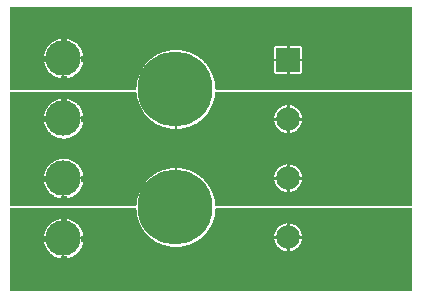
<source format=gtl>
%FSLAX33Y33*%
%MOMM*%
%AMRect-W2000000-H2000000-RO1.000*
21,1,2.,2.,0.,0.,180*%
%ADD10C,0.0508*%
%ADD11C,2.*%
%ADD12Rect-W2000000-H2000000-RO1.000*%
%ADD13C,3.*%
%ADD14C,6.35*%
D10*
%LNpour fill*%
G01*
X34475Y24475D02*
X34475Y24475D01*
X0525Y24475*
X0525Y17525*
X11098Y17525*
X11170Y18207*
X11170Y18209*
X11389Y18884*
X11390Y18886*
X11745Y19500*
X11746Y19502*
X12221Y20029*
X12223Y20031*
X12797Y20448*
X12799Y20449*
X13447Y20738*
X13449Y20738*
X14143Y20886*
X14145Y20886*
X14855Y20886*
X14857Y20886*
X15551Y20738*
X15553Y20738*
X16201Y20449*
X16203Y20448*
X16777Y20031*
X16779Y20029*
X17254Y19502*
X17255Y19500*
X17610Y18886*
X17611Y18884*
X17830Y18209*
X17830Y18207*
X17902Y17525*
X34475Y17525*
X34475Y24475*
X5383Y18433D02*
X5383Y18433D01*
X5386Y18434*
X5749Y18561*
X5752Y18562*
X6077Y18767*
X6080Y18769*
X6351Y19040*
X6353Y19043*
X6558Y19368*
X6559Y19371*
X6686Y19734*
X6687Y19737*
X6705Y19903*
X6690Y19920*
X6475Y19920*
X6475Y20320*
X6690Y20320*
X6705Y20337*
X6687Y20503*
X6686Y20506*
X6559Y20869*
X6558Y20872*
X6353Y21197*
X6351Y21200*
X6080Y21471*
X6077Y21473*
X5752Y21678*
X5749Y21679*
X5386Y21806*
X5383Y21807*
X5217Y21825*
X5200Y21810*
X5200Y21595*
X4800Y21595*
X4800Y21810*
X4783Y21825*
X4617Y21807*
X4614Y21806*
X4251Y21679*
X4248Y21678*
X3923Y21473*
X3920Y21471*
X3649Y21200*
X3647Y21197*
X3442Y20872*
X3441Y20869*
X3314Y20506*
X3313Y20503*
X3295Y20337*
X3310Y20320*
X3525Y20320*
X3525Y19920*
X3310Y19920*
X3295Y19903*
X3313Y19737*
X3314Y19734*
X3441Y19371*
X3442Y19368*
X3647Y19043*
X3649Y19040*
X3920Y18769*
X3923Y18767*
X4248Y18562*
X4251Y18561*
X4614Y18434*
X4617Y18433*
X4783Y18415*
X4800Y18430*
X4800Y18645*
X5200Y18645*
X5200Y18430*
X5217Y18415*
X5383Y18433*
X23924Y18785D02*
X23924Y18785D01*
X23924Y19025*
X24076Y19025*
X24076Y18785*
X24091Y18770*
X25001Y18770*
X25002Y18770*
X25035Y18773*
X25037Y18773*
X25070Y18781*
X25072Y18782*
X25103Y18795*
X25105Y18796*
X25134Y18814*
X25136Y18815*
X25162Y18837*
X25163Y18838*
X25185Y18864*
X25186Y18866*
X25204Y18895*
X25205Y18897*
X25218Y18928*
X25219Y18930*
X25227Y18963*
X25227Y18965*
X25230Y18999*
X25230Y19000*
X25230Y19909*
X25215Y19924*
X24975Y19924*
X24975Y20076*
X25215Y20076*
X25230Y20091*
X25230Y21000*
X25230Y21001*
X25227Y21035*
X25227Y21037*
X25219Y21070*
X25218Y21072*
X25205Y21103*
X25204Y21105*
X25186Y21134*
X25185Y21136*
X25163Y21162*
X25162Y21163*
X25136Y21185*
X25134Y21186*
X25105Y21204*
X25103Y21205*
X25072Y21218*
X25070Y21219*
X25037Y21227*
X25035Y21227*
X25001Y21230*
X25000Y21230*
X24091Y21230*
X24076Y21215*
X24076Y20975*
X23924Y20975*
X23924Y21215*
X23909Y21230*
X23000Y21230*
X22999Y21230*
X22965Y21227*
X22963Y21227*
X22930Y21219*
X22928Y21218*
X22897Y21205*
X22895Y21204*
X22866Y21186*
X22864Y21185*
X22838Y21163*
X22837Y21162*
X22815Y21136*
X22814Y21134*
X22796Y21105*
X22795Y21103*
X22782Y21072*
X22781Y21070*
X22773Y21037*
X22773Y21035*
X22770Y21002*
X22770Y21001*
X22770Y20091*
X22785Y20076*
X23025Y20076*
X23025Y19924*
X22785Y19924*
X22770Y19909*
X22770Y18999*
X22770Y18998*
X22773Y18965*
X22773Y18963*
X22781Y18930*
X22782Y18928*
X22795Y18897*
X22796Y18895*
X22814Y18866*
X22815Y18864*
X22837Y18838*
X22838Y18837*
X22864Y18815*
X22866Y18814*
X22895Y18796*
X22897Y18795*
X22928Y18782*
X22930Y18781*
X22963Y18773*
X22965Y18773*
X22998Y18770*
X22999Y18770*
X23909Y18770*
X23924Y18785*
X0525Y17550D02*
X11100Y17550D01*
X17900Y17550D02*
X34475Y17550D01*
X0525Y17599D02*
X11106Y17599D01*
X17894Y17599D02*
X34475Y17599D01*
X0525Y17649D02*
X11111Y17649D01*
X17889Y17649D02*
X34475Y17649D01*
X0525Y17698D02*
X11116Y17698D01*
X17884Y17698D02*
X34475Y17698D01*
X0525Y17748D02*
X11121Y17748D01*
X17879Y17748D02*
X34475Y17748D01*
X0525Y17797D02*
X11126Y17797D01*
X17874Y17797D02*
X34475Y17797D01*
X0525Y17847D02*
X11132Y17847D01*
X17868Y17847D02*
X34475Y17847D01*
X0525Y17896D02*
X11137Y17896D01*
X17863Y17896D02*
X34475Y17896D01*
X0525Y17946D02*
X11142Y17946D01*
X17858Y17946D02*
X34475Y17946D01*
X0525Y17995D02*
X11147Y17995D01*
X17853Y17995D02*
X34475Y17995D01*
X0525Y18045D02*
X11153Y18045D01*
X17847Y18045D02*
X34475Y18045D01*
X0525Y18094D02*
X11158Y18094D01*
X17842Y18094D02*
X34475Y18094D01*
X0525Y18144D02*
X11163Y18144D01*
X17837Y18144D02*
X34475Y18144D01*
X0525Y18193D02*
X11168Y18193D01*
X17832Y18193D02*
X34475Y18193D01*
X0525Y18243D02*
X11181Y18243D01*
X17819Y18243D02*
X34475Y18243D01*
X0525Y18292D02*
X11197Y18292D01*
X17803Y18292D02*
X34475Y18292D01*
X0525Y18342D02*
X11213Y18342D01*
X17787Y18342D02*
X34475Y18342D01*
X0525Y18392D02*
X11229Y18392D01*
X17771Y18392D02*
X34475Y18392D01*
X0525Y18441D02*
X4594Y18441D01*
X4800Y18441D02*
X5200Y18441D01*
X5406Y18441D02*
X11245Y18441D01*
X17755Y18441D02*
X34475Y18441D01*
X0525Y18491D02*
X4452Y18491D01*
X4800Y18491D02*
X5200Y18491D01*
X5548Y18491D02*
X11262Y18491D01*
X17738Y18491D02*
X34475Y18491D01*
X0525Y18540D02*
X4311Y18540D01*
X4800Y18540D02*
X5200Y18540D01*
X5689Y18540D02*
X11278Y18540D01*
X17722Y18540D02*
X34475Y18540D01*
X0525Y18590D02*
X4205Y18590D01*
X4800Y18590D02*
X5200Y18590D01*
X5795Y18590D02*
X11294Y18590D01*
X17706Y18590D02*
X34475Y18590D01*
X0525Y18639D02*
X4126Y18639D01*
X4800Y18639D02*
X5200Y18639D01*
X5874Y18639D02*
X11310Y18639D01*
X17690Y18639D02*
X34475Y18639D01*
X0525Y18689D02*
X4047Y18689D01*
X5953Y18689D02*
X11326Y18689D01*
X17674Y18689D02*
X34475Y18689D01*
X0525Y18738D02*
X3968Y18738D01*
X6032Y18738D02*
X11342Y18738D01*
X17658Y18738D02*
X34475Y18738D01*
X0525Y18788D02*
X3901Y18788D01*
X6099Y18788D02*
X11358Y18788D01*
X17642Y18788D02*
X22914Y18788D01*
X23924Y18788D02*
X24076Y18788D01*
X25086Y18788D02*
X34475Y18788D01*
X0525Y18837D02*
X3852Y18837D01*
X6148Y18837D02*
X11374Y18837D01*
X17626Y18837D02*
X22838Y18837D01*
X23924Y18837D02*
X24076Y18837D01*
X25162Y18837D02*
X34475Y18837D01*
X0525Y18887D02*
X3802Y18887D01*
X6198Y18887D02*
X11391Y18887D01*
X17609Y18887D02*
X22801Y18887D01*
X23924Y18887D02*
X24076Y18887D01*
X25199Y18887D02*
X34475Y18887D01*
X0525Y18936D02*
X3753Y18936D01*
X6247Y18936D02*
X11419Y18936D01*
X17581Y18936D02*
X22780Y18936D01*
X23924Y18936D02*
X24076Y18936D01*
X25220Y18936D02*
X34475Y18936D01*
X0525Y18986D02*
X3703Y18986D01*
X6297Y18986D02*
X11448Y18986D01*
X17552Y18986D02*
X22771Y18986D01*
X23924Y18986D02*
X24076Y18986D01*
X25229Y18986D02*
X34475Y18986D01*
X0525Y19035D02*
X3654Y19035D01*
X6346Y19035D02*
X11477Y19035D01*
X17523Y19035D02*
X22770Y19035D01*
X25230Y19035D02*
X34475Y19035D01*
X0525Y19085D02*
X3620Y19085D01*
X6380Y19085D02*
X11505Y19085D01*
X17495Y19085D02*
X22770Y19085D01*
X25230Y19085D02*
X34475Y19085D01*
X0525Y19134D02*
X3589Y19134D01*
X6411Y19134D02*
X11534Y19134D01*
X17466Y19134D02*
X22770Y19134D01*
X25230Y19134D02*
X34475Y19134D01*
X0525Y19184D02*
X3558Y19184D01*
X6442Y19184D02*
X11562Y19184D01*
X17438Y19184D02*
X22770Y19184D01*
X25230Y19184D02*
X34475Y19184D01*
X0525Y19234D02*
X3527Y19234D01*
X6473Y19234D02*
X11591Y19234D01*
X17409Y19234D02*
X22770Y19234D01*
X25230Y19234D02*
X34475Y19234D01*
X0525Y19283D02*
X3496Y19283D01*
X6504Y19283D02*
X11620Y19283D01*
X17380Y19283D02*
X22770Y19283D01*
X25230Y19283D02*
X34475Y19283D01*
X0525Y19333D02*
X3465Y19333D01*
X6535Y19333D02*
X11648Y19333D01*
X17352Y19333D02*
X22770Y19333D01*
X25230Y19333D02*
X34475Y19333D01*
X0525Y19382D02*
X3437Y19382D01*
X6563Y19382D02*
X11677Y19382D01*
X17323Y19382D02*
X22770Y19382D01*
X25230Y19382D02*
X34475Y19382D01*
X0525Y19432D02*
X3420Y19432D01*
X6580Y19432D02*
X11705Y19432D01*
X17295Y19432D02*
X22770Y19432D01*
X25230Y19432D02*
X34475Y19432D01*
X0525Y19481D02*
X3402Y19481D01*
X6598Y19481D02*
X11734Y19481D01*
X17266Y19481D02*
X22770Y19481D01*
X25230Y19481D02*
X34475Y19481D01*
X0525Y19531D02*
X3385Y19531D01*
X6615Y19531D02*
X11772Y19531D01*
X17228Y19531D02*
X22770Y19531D01*
X25230Y19531D02*
X34475Y19531D01*
X0525Y19580D02*
X3368Y19580D01*
X6632Y19580D02*
X11817Y19580D01*
X17183Y19580D02*
X22770Y19580D01*
X25230Y19580D02*
X34475Y19580D01*
X0525Y19630D02*
X3350Y19630D01*
X6650Y19630D02*
X11861Y19630D01*
X17139Y19630D02*
X22770Y19630D01*
X25230Y19630D02*
X34475Y19630D01*
X0525Y19679D02*
X3333Y19679D01*
X6667Y19679D02*
X11906Y19679D01*
X17094Y19679D02*
X22770Y19679D01*
X25230Y19679D02*
X34475Y19679D01*
X0525Y19729D02*
X3316Y19729D01*
X6684Y19729D02*
X11950Y19729D01*
X17050Y19729D02*
X22770Y19729D01*
X25230Y19729D02*
X34475Y19729D01*
X0525Y19778D02*
X3309Y19778D01*
X6691Y19778D02*
X11995Y19778D01*
X17005Y19778D02*
X22770Y19778D01*
X25230Y19778D02*
X34475Y19778D01*
X0525Y19828D02*
X3303Y19828D01*
X6697Y19828D02*
X12040Y19828D01*
X16960Y19828D02*
X22770Y19828D01*
X25230Y19828D02*
X34475Y19828D01*
X0525Y19877D02*
X3298Y19877D01*
X6702Y19877D02*
X12084Y19877D01*
X16916Y19877D02*
X22770Y19877D01*
X25230Y19877D02*
X34475Y19877D01*
X0525Y19927D02*
X3525Y19927D01*
X6475Y19927D02*
X12129Y19927D01*
X16871Y19927D02*
X23025Y19927D01*
X24975Y19927D02*
X34475Y19927D01*
X0525Y19977D02*
X3525Y19977D01*
X6475Y19977D02*
X12173Y19977D01*
X16827Y19977D02*
X23025Y19977D01*
X24975Y19977D02*
X34475Y19977D01*
X0525Y20026D02*
X3525Y20026D01*
X6475Y20026D02*
X12218Y20026D01*
X16782Y20026D02*
X23025Y20026D01*
X24975Y20026D02*
X34475Y20026D01*
X0525Y20076D02*
X3525Y20076D01*
X6475Y20076D02*
X12284Y20076D01*
X16716Y20076D02*
X23025Y20076D01*
X24975Y20076D02*
X34475Y20076D01*
X0525Y20125D02*
X3525Y20125D01*
X6475Y20125D02*
X12352Y20125D01*
X16648Y20125D02*
X22770Y20125D01*
X25230Y20125D02*
X34475Y20125D01*
X0525Y20175D02*
X3525Y20175D01*
X6475Y20175D02*
X12421Y20175D01*
X16579Y20175D02*
X22770Y20175D01*
X25230Y20175D02*
X34475Y20175D01*
X0525Y20224D02*
X3525Y20224D01*
X6475Y20224D02*
X12489Y20224D01*
X16511Y20224D02*
X22770Y20224D01*
X25230Y20224D02*
X34475Y20224D01*
X0525Y20274D02*
X3525Y20274D01*
X6475Y20274D02*
X12557Y20274D01*
X16443Y20274D02*
X22770Y20274D01*
X25230Y20274D02*
X34475Y20274D01*
X0525Y20323D02*
X3307Y20323D01*
X6693Y20323D02*
X12625Y20323D01*
X16375Y20323D02*
X22770Y20323D01*
X25230Y20323D02*
X34475Y20323D01*
X0525Y20373D02*
X3299Y20373D01*
X6701Y20373D02*
X12693Y20373D01*
X16307Y20373D02*
X22770Y20373D01*
X25230Y20373D02*
X34475Y20373D01*
X0525Y20422D02*
X3304Y20422D01*
X6696Y20422D02*
X12761Y20422D01*
X16239Y20422D02*
X22770Y20422D01*
X25230Y20422D02*
X34475Y20422D01*
X0525Y20472D02*
X3310Y20472D01*
X6690Y20472D02*
X12850Y20472D01*
X16150Y20472D02*
X22770Y20472D01*
X25230Y20472D02*
X34475Y20472D01*
X0525Y20521D02*
X3319Y20521D01*
X6681Y20521D02*
X12961Y20521D01*
X16039Y20521D02*
X22770Y20521D01*
X25230Y20521D02*
X34475Y20521D01*
X0525Y20571D02*
X3337Y20571D01*
X6663Y20571D02*
X13072Y20571D01*
X15928Y20571D02*
X22770Y20571D01*
X25230Y20571D02*
X34475Y20571D01*
X0525Y20620D02*
X3354Y20620D01*
X6646Y20620D02*
X13183Y20620D01*
X15817Y20620D02*
X22770Y20620D01*
X25230Y20620D02*
X34475Y20620D01*
X0525Y20670D02*
X3371Y20670D01*
X6629Y20670D02*
X13295Y20670D01*
X15705Y20670D02*
X22770Y20670D01*
X25230Y20670D02*
X34475Y20670D01*
X0525Y20719D02*
X3389Y20719D01*
X6611Y20719D02*
X13406Y20719D01*
X15594Y20719D02*
X22770Y20719D01*
X25230Y20719D02*
X34475Y20719D01*
X0525Y20769D02*
X3406Y20769D01*
X6594Y20769D02*
X13593Y20769D01*
X15407Y20769D02*
X22770Y20769D01*
X25230Y20769D02*
X34475Y20769D01*
X0525Y20819D02*
X3423Y20819D01*
X6577Y20819D02*
X13826Y20819D01*
X15174Y20819D02*
X22770Y20819D01*
X25230Y20819D02*
X34475Y20819D01*
X0525Y20868D02*
X3441Y20868D01*
X6559Y20868D02*
X14059Y20868D01*
X14941Y20868D02*
X22770Y20868D01*
X25230Y20868D02*
X34475Y20868D01*
X0525Y20918D02*
X3471Y20918D01*
X6529Y20918D02*
X22770Y20918D01*
X25230Y20918D02*
X34475Y20918D01*
X0525Y20967D02*
X3502Y20967D01*
X6498Y20967D02*
X22770Y20967D01*
X25230Y20967D02*
X34475Y20967D01*
X0525Y21017D02*
X3533Y21017D01*
X6467Y21017D02*
X22772Y21017D01*
X23924Y21017D02*
X24076Y21017D01*
X25228Y21017D02*
X34475Y21017D01*
X0525Y21066D02*
X3564Y21066D01*
X6436Y21066D02*
X22780Y21066D01*
X23924Y21066D02*
X24076Y21066D01*
X25220Y21066D02*
X34475Y21066D01*
X0525Y21116D02*
X3596Y21116D01*
X6404Y21116D02*
X22802Y21116D01*
X23924Y21116D02*
X24076Y21116D01*
X25198Y21116D02*
X34475Y21116D01*
X0525Y21165D02*
X3627Y21165D01*
X6373Y21165D02*
X22841Y21165D01*
X23924Y21165D02*
X24076Y21165D01*
X25159Y21165D02*
X34475Y21165D01*
X0525Y21215D02*
X3664Y21215D01*
X6336Y21215D02*
X22920Y21215D01*
X23924Y21215D02*
X24076Y21215D01*
X25080Y21215D02*
X34475Y21215D01*
X0525Y21264D02*
X3713Y21264D01*
X6287Y21264D02*
X34475Y21264D01*
X0525Y21314D02*
X3763Y21314D01*
X6237Y21314D02*
X34475Y21314D01*
X0525Y21363D02*
X3812Y21363D01*
X6188Y21363D02*
X34475Y21363D01*
X0525Y21413D02*
X3862Y21413D01*
X6138Y21413D02*
X34475Y21413D01*
X0525Y21462D02*
X3912Y21462D01*
X6088Y21462D02*
X34475Y21462D01*
X0525Y21512D02*
X3984Y21512D01*
X6016Y21512D02*
X34475Y21512D01*
X0525Y21561D02*
X4063Y21561D01*
X5937Y21561D02*
X34475Y21561D01*
X0525Y21611D02*
X4142Y21611D01*
X4800Y21611D02*
X5200Y21611D01*
X5858Y21611D02*
X34475Y21611D01*
X0525Y21661D02*
X4221Y21661D01*
X4800Y21661D02*
X5200Y21661D01*
X5779Y21661D02*
X34475Y21661D01*
X0525Y21710D02*
X4340Y21710D01*
X4800Y21710D02*
X5200Y21710D01*
X5660Y21710D02*
X34475Y21710D01*
X0525Y21760D02*
X4481Y21760D01*
X4800Y21760D02*
X5200Y21760D01*
X5519Y21760D02*
X34475Y21760D01*
X0525Y21809D02*
X4639Y21809D01*
X4800Y21809D02*
X5200Y21809D01*
X5361Y21809D02*
X34475Y21809D01*
X0525Y21859D02*
X34475Y21859D01*
X0525Y21908D02*
X34475Y21908D01*
X0525Y21958D02*
X34475Y21958D01*
X0525Y22007D02*
X34475Y22007D01*
X0525Y22057D02*
X34475Y22057D01*
X0525Y22106D02*
X34475Y22106D01*
X0525Y22156D02*
X34475Y22156D01*
X0525Y22205D02*
X34475Y22205D01*
X0525Y22255D02*
X34475Y22255D01*
X0525Y22304D02*
X34475Y22304D01*
X0525Y22354D02*
X34475Y22354D01*
X0525Y22403D02*
X34475Y22403D01*
X0525Y22453D02*
X34475Y22453D01*
X0525Y22503D02*
X34475Y22503D01*
X0525Y22552D02*
X34475Y22552D01*
X0525Y22602D02*
X34475Y22602D01*
X0525Y22651D02*
X34475Y22651D01*
X0525Y22701D02*
X34475Y22701D01*
X0525Y22750D02*
X34475Y22750D01*
X0525Y22800D02*
X34475Y22800D01*
X0525Y22849D02*
X34475Y22849D01*
X0525Y22899D02*
X34475Y22899D01*
X0525Y22948D02*
X34475Y22948D01*
X0525Y22998D02*
X34475Y22998D01*
X0525Y23047D02*
X34475Y23047D01*
X0525Y23097D02*
X34475Y23097D01*
X0525Y23146D02*
X34475Y23146D01*
X0525Y23196D02*
X34475Y23196D01*
X0525Y23245D02*
X34475Y23245D01*
X0525Y23295D02*
X34475Y23295D01*
X0525Y23345D02*
X34475Y23345D01*
X0525Y23394D02*
X34475Y23394D01*
X0525Y23444D02*
X34475Y23444D01*
X0525Y23493D02*
X34475Y23493D01*
X0525Y23543D02*
X34475Y23543D01*
X0525Y23592D02*
X34475Y23592D01*
X0525Y23642D02*
X34475Y23642D01*
X0525Y23691D02*
X34475Y23691D01*
X0525Y23741D02*
X34475Y23741D01*
X0525Y23790D02*
X34475Y23790D01*
X0525Y23840D02*
X34475Y23840D01*
X0525Y23889D02*
X34475Y23889D01*
X0525Y23939D02*
X34475Y23939D01*
X0525Y23988D02*
X34475Y23988D01*
X0525Y24038D02*
X34475Y24038D01*
X0525Y24087D02*
X34475Y24087D01*
X0525Y24137D02*
X34475Y24137D01*
X0525Y24187D02*
X34475Y24187D01*
X0525Y24236D02*
X34475Y24236D01*
X0525Y24286D02*
X34475Y24286D01*
X0525Y24335D02*
X34475Y24335D01*
X0525Y24385D02*
X34475Y24385D01*
X0525Y24434D02*
X34475Y24434D01*
%LNpour fill*%
X34475Y17271D02*
X34475Y17271D01*
X17881Y17271*
X17830Y16793*
X17830Y16791*
X17611Y16116*
X17610Y16114*
X17255Y15500*
X17254Y15498*
X16779Y14971*
X16777Y14969*
X16203Y14552*
X16201Y14551*
X15553Y14262*
X15551Y14262*
X14857Y14114*
X14855Y14114*
X14591Y14114*
X14576Y14129*
X14576Y14350*
X14424Y14350*
X14424Y14129*
X14409Y14114*
X14145Y14114*
X14143Y14114*
X13449Y14262*
X13447Y14262*
X12799Y14551*
X12797Y14552*
X12223Y14969*
X12221Y14971*
X11746Y15498*
X11745Y15500*
X11390Y16114*
X11389Y16116*
X11170Y16791*
X11170Y16793*
X11119Y17271*
X0525Y17271*
X0525Y7729*
X11119Y7729*
X11170Y8207*
X11170Y8209*
X11389Y8884*
X11390Y8886*
X11745Y9500*
X11746Y9502*
X12221Y10029*
X12223Y10031*
X12797Y10448*
X12799Y10449*
X13447Y10738*
X13449Y10738*
X14143Y10886*
X14145Y10886*
X14409Y10886*
X14424Y10871*
X14424Y10650*
X14576Y10650*
X14576Y10871*
X14591Y10886*
X14855Y10886*
X14857Y10886*
X15551Y10738*
X15553Y10738*
X16201Y10449*
X16203Y10448*
X16777Y10031*
X16779Y10029*
X17254Y9502*
X17255Y9500*
X17610Y8886*
X17611Y8884*
X17830Y8209*
X17830Y8207*
X17881Y7729*
X34475Y7729*
X34475Y17271*
X5383Y13353D02*
X5383Y13353D01*
X5386Y13354*
X5749Y13481*
X5752Y13482*
X6077Y13687*
X6080Y13689*
X6351Y13960*
X6353Y13963*
X6558Y14288*
X6559Y14291*
X6686Y14654*
X6687Y14657*
X6705Y14823*
X6690Y14840*
X6475Y14840*
X6475Y15240*
X6690Y15240*
X6705Y15257*
X6687Y15423*
X6686Y15426*
X6559Y15789*
X6558Y15792*
X6353Y16117*
X6351Y16120*
X6080Y16391*
X6077Y16393*
X5752Y16598*
X5749Y16599*
X5386Y16726*
X5383Y16727*
X5217Y16745*
X5200Y16730*
X5200Y16515*
X4800Y16515*
X4800Y16730*
X4783Y16745*
X4617Y16727*
X4614Y16726*
X4251Y16599*
X4248Y16598*
X3923Y16393*
X3920Y16391*
X3649Y16120*
X3647Y16117*
X3442Y15792*
X3441Y15789*
X3314Y15426*
X3313Y15423*
X3295Y15257*
X3310Y15240*
X3525Y15240*
X3525Y14840*
X3310Y14840*
X3295Y14823*
X3313Y14657*
X3314Y14654*
X3441Y14291*
X3442Y14288*
X3647Y13963*
X3649Y13960*
X3920Y13689*
X3923Y13687*
X4248Y13482*
X4251Y13481*
X4614Y13354*
X4617Y13353*
X4999Y13310*
X5001Y13310*
X5383Y13353*
X24272Y13801D02*
X24272Y13801D01*
X24275Y13802*
X24532Y13892*
X24535Y13893*
X24766Y14038*
X24768Y14040*
X24960Y14232*
X24962Y14234*
X25107Y14465*
X25108Y14468*
X25198Y14725*
X25199Y14728*
X25219Y14907*
X25204Y14924*
X24975Y14924*
X24975Y15076*
X25204Y15076*
X25219Y15093*
X25199Y15272*
X25198Y15275*
X25108Y15532*
X25107Y15535*
X24962Y15766*
X24960Y15768*
X24768Y15960*
X24766Y15962*
X24535Y16107*
X24532Y16108*
X24275Y16198*
X24272Y16199*
X24093Y16219*
X24076Y16204*
X24076Y15967*
X23924Y15967*
X23924Y16204*
X23907Y16219*
X23728Y16199*
X23725Y16198*
X23468Y16108*
X23465Y16107*
X23234Y15962*
X23232Y15960*
X23040Y15768*
X23038Y15766*
X22893Y15535*
X22892Y15532*
X22802Y15275*
X22801Y15272*
X22781Y15093*
X22796Y15076*
X23025Y15076*
X23025Y14924*
X22796Y14924*
X22781Y14907*
X22801Y14728*
X22802Y14725*
X22892Y14468*
X22893Y14465*
X23038Y14234*
X23040Y14232*
X23232Y14040*
X23234Y14038*
X23465Y13893*
X23468Y13892*
X23725Y13802*
X23728Y13801*
X23907Y13781*
X23924Y13796*
X23924Y14033*
X24076Y14033*
X24076Y13796*
X24093Y13781*
X24272Y13801*
X5383Y8273D02*
X5383Y8273D01*
X5386Y8274*
X5749Y8401*
X5752Y8402*
X6077Y8607*
X6080Y8609*
X6351Y8880*
X6353Y8883*
X6558Y9208*
X6559Y9211*
X6686Y9574*
X6687Y9577*
X6705Y9743*
X6690Y9760*
X6475Y9760*
X6475Y10160*
X6690Y10160*
X6705Y10177*
X6687Y10343*
X6686Y10346*
X6559Y10709*
X6558Y10712*
X6353Y11037*
X6351Y11040*
X6080Y11311*
X6077Y11313*
X5752Y11518*
X5749Y11519*
X5386Y11646*
X5383Y11647*
X5001Y11690*
X4999Y11690*
X4617Y11647*
X4614Y11646*
X4251Y11519*
X4248Y11518*
X3923Y11313*
X3920Y11311*
X3649Y11040*
X3647Y11037*
X3442Y10712*
X3441Y10709*
X3314Y10346*
X3313Y10343*
X3295Y10177*
X3310Y10160*
X3525Y10160*
X3525Y9760*
X3310Y9760*
X3295Y9743*
X3313Y9577*
X3314Y9574*
X3441Y9211*
X3442Y9208*
X3647Y8883*
X3649Y8880*
X3920Y8609*
X3923Y8607*
X4248Y8402*
X4251Y8401*
X4614Y8274*
X4617Y8273*
X4783Y8255*
X4800Y8270*
X4800Y8485*
X5200Y8485*
X5200Y8270*
X5217Y8255*
X5383Y8273*
X24272Y8801D02*
X24272Y8801D01*
X24275Y8802*
X24532Y8892*
X24535Y8893*
X24766Y9038*
X24768Y9040*
X24960Y9232*
X24962Y9234*
X25107Y9465*
X25108Y9468*
X25198Y9725*
X25199Y9728*
X25219Y9907*
X25204Y9924*
X24975Y9924*
X24975Y10076*
X25204Y10076*
X25219Y10093*
X25199Y10272*
X25198Y10275*
X25108Y10532*
X25107Y10535*
X24962Y10766*
X24960Y10768*
X24768Y10960*
X24766Y10962*
X24535Y11107*
X24532Y11108*
X24275Y11198*
X24272Y11199*
X24093Y11219*
X24076Y11204*
X24076Y10967*
X23924Y10967*
X23924Y11204*
X23907Y11219*
X23728Y11199*
X23725Y11198*
X23468Y11108*
X23465Y11107*
X23234Y10962*
X23232Y10960*
X23040Y10768*
X23038Y10766*
X22893Y10535*
X22892Y10532*
X22802Y10275*
X22801Y10272*
X22781Y10093*
X22796Y10076*
X23025Y10076*
X23025Y9924*
X22796Y9924*
X22781Y9907*
X22801Y9728*
X22802Y9725*
X22892Y9468*
X22893Y9465*
X23038Y9234*
X23040Y9232*
X23232Y9040*
X23234Y9038*
X23465Y8893*
X23468Y8892*
X23725Y8802*
X23728Y8801*
X23907Y8781*
X23924Y8796*
X23924Y9033*
X24076Y9033*
X24076Y8796*
X24093Y8781*
X24272Y8801*
X0525Y7753D02*
X11122Y7753D01*
X17878Y7753D02*
X34475Y7753D01*
X0525Y7802D02*
X11127Y7802D01*
X17873Y7802D02*
X34475Y7802D01*
X0525Y7852D02*
X11132Y7852D01*
X17868Y7852D02*
X34475Y7852D01*
X0525Y7901D02*
X11137Y7901D01*
X17863Y7901D02*
X34475Y7901D01*
X0525Y7951D02*
X11143Y7951D01*
X17857Y7951D02*
X34475Y7951D01*
X0525Y8000D02*
X11148Y8000D01*
X17852Y8000D02*
X34475Y8000D01*
X0525Y8050D02*
X11153Y8050D01*
X17847Y8050D02*
X34475Y8050D01*
X0525Y8099D02*
X11158Y8099D01*
X17842Y8099D02*
X34475Y8099D01*
X0525Y8149D02*
X11163Y8149D01*
X17837Y8149D02*
X34475Y8149D01*
X0525Y8199D02*
X11169Y8199D01*
X17831Y8199D02*
X34475Y8199D01*
X0525Y8248D02*
X11183Y8248D01*
X17817Y8248D02*
X34475Y8248D01*
X0525Y8298D02*
X4547Y8298D01*
X4800Y8298D02*
X5200Y8298D01*
X5453Y8298D02*
X11199Y8298D01*
X17801Y8298D02*
X34475Y8298D01*
X0525Y8347D02*
X4405Y8347D01*
X4800Y8347D02*
X5200Y8347D01*
X5595Y8347D02*
X11215Y8347D01*
X17785Y8347D02*
X34475Y8347D01*
X0525Y8397D02*
X4264Y8397D01*
X4800Y8397D02*
X5200Y8397D01*
X5736Y8397D02*
X11231Y8397D01*
X17769Y8397D02*
X34475Y8397D01*
X0525Y8446D02*
X4178Y8446D01*
X4800Y8446D02*
X5200Y8446D01*
X5822Y8446D02*
X11247Y8446D01*
X17753Y8446D02*
X34475Y8446D01*
X0525Y8496D02*
X4100Y8496D01*
X5900Y8496D02*
X11263Y8496D01*
X17737Y8496D02*
X34475Y8496D01*
X0525Y8545D02*
X4021Y8545D01*
X5979Y8545D02*
X11279Y8545D01*
X17721Y8545D02*
X34475Y8545D01*
X0525Y8595D02*
X3942Y8595D01*
X6058Y8595D02*
X11295Y8595D01*
X17705Y8595D02*
X34475Y8595D01*
X0525Y8644D02*
X3885Y8644D01*
X6115Y8644D02*
X11311Y8644D01*
X17689Y8644D02*
X34475Y8644D01*
X0525Y8694D02*
X3835Y8694D01*
X6165Y8694D02*
X11328Y8694D01*
X17672Y8694D02*
X34475Y8694D01*
X0525Y8743D02*
X3786Y8743D01*
X6214Y8743D02*
X11344Y8743D01*
X17656Y8743D02*
X34475Y8743D01*
X0525Y8793D02*
X3736Y8793D01*
X6264Y8793D02*
X11360Y8793D01*
X17640Y8793D02*
X23799Y8793D01*
X23920Y8793D02*
X24080Y8793D01*
X24201Y8793D02*
X34475Y8793D01*
X0525Y8842D02*
X3687Y8842D01*
X6313Y8842D02*
X11376Y8842D01*
X17624Y8842D02*
X23608Y8842D01*
X23924Y8842D02*
X24076Y8842D01*
X24392Y8842D02*
X34475Y8842D01*
X0525Y8892D02*
X3641Y8892D01*
X6359Y8892D02*
X11394Y8892D01*
X17606Y8892D02*
X23467Y8892D01*
X23924Y8892D02*
X24076Y8892D01*
X24533Y8892D02*
X34475Y8892D01*
X0525Y8941D02*
X3610Y8941D01*
X6390Y8941D02*
X11422Y8941D01*
X17578Y8941D02*
X23388Y8941D01*
X23924Y8941D02*
X24076Y8941D01*
X24612Y8941D02*
X34475Y8941D01*
X0525Y8991D02*
X3579Y8991D01*
X6421Y8991D02*
X11451Y8991D01*
X17549Y8991D02*
X23309Y8991D01*
X23924Y8991D02*
X24076Y8991D01*
X24691Y8991D02*
X34475Y8991D01*
X0525Y9041D02*
X3548Y9041D01*
X6452Y9041D02*
X11479Y9041D01*
X17521Y9041D02*
X23231Y9041D01*
X24769Y9041D02*
X34475Y9041D01*
X0525Y9090D02*
X3517Y9090D01*
X6483Y9090D02*
X11508Y9090D01*
X17492Y9090D02*
X23182Y9090D01*
X24818Y9090D02*
X34475Y9090D01*
X0525Y9140D02*
X3485Y9140D01*
X6515Y9140D02*
X11537Y9140D01*
X17463Y9140D02*
X23132Y9140D01*
X24868Y9140D02*
X34475Y9140D01*
X0525Y9189D02*
X3454Y9189D01*
X6546Y9189D02*
X11565Y9189D01*
X17435Y9189D02*
X23083Y9189D01*
X24917Y9189D02*
X34475Y9189D01*
X0525Y9239D02*
X3431Y9239D01*
X6569Y9239D02*
X11594Y9239D01*
X17406Y9239D02*
X23035Y9239D01*
X24965Y9239D02*
X34475Y9239D01*
X0525Y9288D02*
X3414Y9288D01*
X6586Y9288D02*
X11622Y9288D01*
X17378Y9288D02*
X23004Y9288D01*
X24996Y9288D02*
X34475Y9288D01*
X0525Y9338D02*
X3397Y9338D01*
X6603Y9338D02*
X11651Y9338D01*
X17349Y9338D02*
X22973Y9338D01*
X25027Y9338D02*
X34475Y9338D01*
X0525Y9387D02*
X3379Y9387D01*
X6621Y9387D02*
X11680Y9387D01*
X17320Y9387D02*
X22942Y9387D01*
X25058Y9387D02*
X34475Y9387D01*
X0525Y9437D02*
X3362Y9437D01*
X6638Y9437D02*
X11708Y9437D01*
X17292Y9437D02*
X22911Y9437D01*
X25089Y9437D02*
X34475Y9437D01*
X0525Y9486D02*
X3345Y9486D01*
X6655Y9486D02*
X11737Y9486D01*
X17263Y9486D02*
X22885Y9486D01*
X25115Y9486D02*
X34475Y9486D01*
X0525Y9536D02*
X3327Y9536D01*
X6673Y9536D02*
X11777Y9536D01*
X17223Y9536D02*
X22868Y9536D01*
X25132Y9536D02*
X34475Y9536D01*
X0525Y9585D02*
X3312Y9585D01*
X6688Y9585D02*
X11821Y9585D01*
X17179Y9585D02*
X22850Y9585D01*
X25150Y9585D02*
X34475Y9585D01*
X0525Y9635D02*
X3307Y9635D01*
X6693Y9635D02*
X11866Y9635D01*
X17134Y9635D02*
X22833Y9635D01*
X25167Y9635D02*
X34475Y9635D01*
X0525Y9684D02*
X3301Y9684D01*
X6699Y9684D02*
X11910Y9684D01*
X17090Y9684D02*
X22816Y9684D01*
X25184Y9684D02*
X34475Y9684D01*
X0525Y9734D02*
X3296Y9734D01*
X6704Y9734D02*
X11955Y9734D01*
X17045Y9734D02*
X22800Y9734D01*
X25200Y9734D02*
X34475Y9734D01*
X0525Y9783D02*
X3525Y9783D01*
X6475Y9783D02*
X12000Y9783D01*
X17000Y9783D02*
X22795Y9783D01*
X25205Y9783D02*
X34475Y9783D01*
X0525Y9833D02*
X3525Y9833D01*
X6475Y9833D02*
X12044Y9833D01*
X16956Y9833D02*
X22789Y9833D01*
X25211Y9833D02*
X34475Y9833D01*
X0525Y9883D02*
X3525Y9883D01*
X6475Y9883D02*
X12089Y9883D01*
X16911Y9883D02*
X22783Y9883D01*
X25217Y9883D02*
X34475Y9883D01*
X0525Y9932D02*
X3525Y9932D01*
X6475Y9932D02*
X12133Y9932D01*
X16867Y9932D02*
X23025Y9932D01*
X24975Y9932D02*
X34475Y9932D01*
X0525Y9982D02*
X3525Y9982D01*
X6475Y9982D02*
X12178Y9982D01*
X16822Y9982D02*
X23025Y9982D01*
X24975Y9982D02*
X34475Y9982D01*
X0525Y10031D02*
X3525Y10031D01*
X6475Y10031D02*
X12223Y10031D01*
X16777Y10031D02*
X23025Y10031D01*
X24975Y10031D02*
X34475Y10031D01*
X0525Y10081D02*
X3525Y10081D01*
X6475Y10081D02*
X12291Y10081D01*
X16709Y10081D02*
X22792Y10081D01*
X25208Y10081D02*
X34475Y10081D01*
X0525Y10130D02*
X3525Y10130D01*
X6475Y10130D02*
X12359Y10130D01*
X16641Y10130D02*
X22785Y10130D01*
X25215Y10130D02*
X34475Y10130D01*
X0525Y10180D02*
X3295Y10180D01*
X6705Y10180D02*
X12428Y10180D01*
X16572Y10180D02*
X22790Y10180D01*
X25210Y10180D02*
X34475Y10180D01*
X0525Y10229D02*
X3301Y10229D01*
X6699Y10229D02*
X12496Y10229D01*
X16504Y10229D02*
X22796Y10229D01*
X25204Y10229D02*
X34475Y10229D01*
X0525Y10279D02*
X3306Y10279D01*
X6694Y10279D02*
X12564Y10279D01*
X16436Y10279D02*
X22803Y10279D01*
X25197Y10279D02*
X34475Y10279D01*
X0525Y10328D02*
X3312Y10328D01*
X6688Y10328D02*
X12632Y10328D01*
X16368Y10328D02*
X22820Y10328D01*
X25180Y10328D02*
X34475Y10328D01*
X0525Y10378D02*
X3325Y10378D01*
X6675Y10378D02*
X12700Y10378D01*
X16300Y10378D02*
X22838Y10378D01*
X25162Y10378D02*
X34475Y10378D01*
X0525Y10427D02*
X3342Y10427D01*
X6658Y10427D02*
X12768Y10427D01*
X16232Y10427D02*
X22855Y10427D01*
X25145Y10427D02*
X34475Y10427D01*
X0525Y10477D02*
X3360Y10477D01*
X6640Y10477D02*
X12861Y10477D01*
X16139Y10477D02*
X22872Y10477D01*
X25128Y10477D02*
X34475Y10477D01*
X0525Y10526D02*
X3377Y10526D01*
X6623Y10526D02*
X12972Y10526D01*
X16028Y10526D02*
X22890Y10526D01*
X25110Y10526D02*
X34475Y10526D01*
X0525Y10576D02*
X3394Y10576D01*
X6606Y10576D02*
X13084Y10576D01*
X15916Y10576D02*
X22919Y10576D01*
X25081Y10576D02*
X34475Y10576D01*
X0525Y10625D02*
X3412Y10625D01*
X6588Y10625D02*
X13195Y10625D01*
X15805Y10625D02*
X22950Y10625D01*
X25050Y10625D02*
X34475Y10625D01*
X0525Y10675D02*
X3429Y10675D01*
X6571Y10675D02*
X13306Y10675D01*
X14424Y10675D02*
X14576Y10675D01*
X15694Y10675D02*
X22981Y10675D01*
X25019Y10675D02*
X34475Y10675D01*
X0525Y10725D02*
X3450Y10725D01*
X6550Y10725D02*
X13417Y10725D01*
X14424Y10725D02*
X14576Y10725D01*
X15583Y10725D02*
X23012Y10725D01*
X24988Y10725D02*
X34475Y10725D01*
X0525Y10774D02*
X3481Y10774D01*
X6519Y10774D02*
X13617Y10774D01*
X14424Y10774D02*
X14576Y10774D01*
X15383Y10774D02*
X23046Y10774D01*
X24954Y10774D02*
X34475Y10774D01*
X0525Y10824D02*
X3513Y10824D01*
X6487Y10824D02*
X13850Y10824D01*
X14424Y10824D02*
X14576Y10824D01*
X15150Y10824D02*
X23095Y10824D01*
X24905Y10824D02*
X34475Y10824D01*
X0525Y10873D02*
X3544Y10873D01*
X6456Y10873D02*
X14083Y10873D01*
X14422Y10873D02*
X14578Y10873D01*
X14917Y10873D02*
X23145Y10873D01*
X24855Y10873D02*
X34475Y10873D01*
X0525Y10923D02*
X3575Y10923D01*
X6425Y10923D02*
X23194Y10923D01*
X24806Y10923D02*
X34475Y10923D01*
X0525Y10972D02*
X3606Y10972D01*
X6394Y10972D02*
X23250Y10972D01*
X23924Y10972D02*
X24076Y10972D01*
X24750Y10972D02*
X34475Y10972D01*
X0525Y11022D02*
X3637Y11022D01*
X6363Y11022D02*
X23329Y11022D01*
X23924Y11022D02*
X24076Y11022D01*
X24671Y11022D02*
X34475Y11022D01*
X0525Y11071D02*
X3680Y11071D01*
X6320Y11071D02*
X23408Y11071D01*
X23924Y11071D02*
X24076Y11071D01*
X24592Y11071D02*
X34475Y11071D01*
X0525Y11121D02*
X3730Y11121D01*
X6270Y11121D02*
X23503Y11121D01*
X23924Y11121D02*
X24076Y11121D01*
X24497Y11121D02*
X34475Y11121D01*
X0525Y11170D02*
X3779Y11170D01*
X6221Y11170D02*
X23645Y11170D01*
X23924Y11170D02*
X24076Y11170D01*
X24355Y11170D02*
X34475Y11170D01*
X0525Y11220D02*
X3829Y11220D01*
X6171Y11220D02*
X34475Y11220D01*
X0525Y11269D02*
X3878Y11269D01*
X6122Y11269D02*
X34475Y11269D01*
X0525Y11319D02*
X3932Y11319D01*
X6068Y11319D02*
X34475Y11319D01*
X0525Y11368D02*
X4011Y11368D01*
X5989Y11368D02*
X34475Y11368D01*
X0525Y11418D02*
X4090Y11418D01*
X5910Y11418D02*
X34475Y11418D01*
X0525Y11467D02*
X4168Y11467D01*
X5832Y11467D02*
X34475Y11467D01*
X0525Y11517D02*
X4247Y11517D01*
X5753Y11517D02*
X34475Y11517D01*
X0525Y11567D02*
X4387Y11567D01*
X5613Y11567D02*
X34475Y11567D01*
X0525Y11616D02*
X4528Y11616D01*
X5472Y11616D02*
X34475Y11616D01*
X0525Y11666D02*
X4786Y11666D01*
X5214Y11666D02*
X34475Y11666D01*
X0525Y11715D02*
X34475Y11715D01*
X0525Y11765D02*
X34475Y11765D01*
X0525Y11814D02*
X34475Y11814D01*
X0525Y11864D02*
X34475Y11864D01*
X0525Y11913D02*
X34475Y11913D01*
X0525Y11963D02*
X34475Y11963D01*
X0525Y12012D02*
X34475Y12012D01*
X0525Y12062D02*
X34475Y12062D01*
X0525Y12111D02*
X34475Y12111D01*
X0525Y12161D02*
X34475Y12161D01*
X0525Y12210D02*
X34475Y12210D01*
X0525Y12260D02*
X34475Y12260D01*
X0525Y12309D02*
X34475Y12309D01*
X0525Y12359D02*
X34475Y12359D01*
X0525Y12409D02*
X34475Y12409D01*
X0525Y12458D02*
X34475Y12458D01*
X0525Y12508D02*
X34475Y12508D01*
X0525Y12557D02*
X34475Y12557D01*
X0525Y12607D02*
X34475Y12607D01*
X0525Y12656D02*
X34475Y12656D01*
X0525Y12706D02*
X34475Y12706D01*
X0525Y12755D02*
X34475Y12755D01*
X0525Y12805D02*
X34475Y12805D01*
X0525Y12854D02*
X34475Y12854D01*
X0525Y12904D02*
X34475Y12904D01*
X0525Y12953D02*
X34475Y12953D01*
X0525Y13003D02*
X34475Y13003D01*
X0525Y13052D02*
X34475Y13052D01*
X0525Y13102D02*
X34475Y13102D01*
X0525Y13152D02*
X34475Y13152D01*
X0525Y13201D02*
X34475Y13201D01*
X0525Y13251D02*
X34475Y13251D01*
X0525Y13300D02*
X34475Y13300D01*
X0525Y13350D02*
X4650Y13350D01*
X5350Y13350D02*
X34475Y13350D01*
X0525Y13399D02*
X4485Y13399D01*
X5515Y13399D02*
X34475Y13399D01*
X0525Y13449D02*
X4343Y13449D01*
X5657Y13449D02*
X34475Y13449D01*
X0525Y13498D02*
X4223Y13498D01*
X5777Y13498D02*
X34475Y13498D01*
X0525Y13548D02*
X4144Y13548D01*
X5856Y13548D02*
X34475Y13548D01*
X0525Y13597D02*
X4065Y13597D01*
X5935Y13597D02*
X34475Y13597D01*
X0525Y13647D02*
X3986Y13647D01*
X6014Y13647D02*
X34475Y13647D01*
X0525Y13696D02*
X3913Y13696D01*
X6087Y13696D02*
X34475Y13696D01*
X0525Y13746D02*
X3863Y13746D01*
X6137Y13746D02*
X34475Y13746D01*
X0525Y13795D02*
X3814Y13795D01*
X6186Y13795D02*
X23777Y13795D01*
X23923Y13795D02*
X24077Y13795D01*
X24223Y13795D02*
X34475Y13795D01*
X0525Y13845D02*
X3764Y13845D01*
X6236Y13845D02*
X23601Y13845D01*
X23924Y13845D02*
X24076Y13845D01*
X24399Y13845D02*
X34475Y13845D01*
X0525Y13894D02*
X3715Y13894D01*
X6285Y13894D02*
X23463Y13894D01*
X23924Y13894D02*
X24076Y13894D01*
X24537Y13894D02*
X34475Y13894D01*
X0525Y13944D02*
X3665Y13944D01*
X6335Y13944D02*
X23384Y13944D01*
X23924Y13944D02*
X24076Y13944D01*
X24616Y13944D02*
X34475Y13944D01*
X0525Y13994D02*
X3628Y13994D01*
X6372Y13994D02*
X23305Y13994D01*
X23924Y13994D02*
X24076Y13994D01*
X24695Y13994D02*
X34475Y13994D01*
X0525Y14043D02*
X3596Y14043D01*
X6404Y14043D02*
X23229Y14043D01*
X24771Y14043D02*
X34475Y14043D01*
X0525Y14093D02*
X3565Y14093D01*
X6435Y14093D02*
X23179Y14093D01*
X24821Y14093D02*
X34475Y14093D01*
X0525Y14142D02*
X3534Y14142D01*
X6466Y14142D02*
X14011Y14142D01*
X14424Y14142D02*
X14576Y14142D01*
X14989Y14142D02*
X23130Y14142D01*
X24870Y14142D02*
X34475Y14142D01*
X0525Y14192D02*
X3503Y14192D01*
X6497Y14192D02*
X13778Y14192D01*
X14424Y14192D02*
X14576Y14192D01*
X15222Y14192D02*
X23080Y14192D01*
X24920Y14192D02*
X34475Y14192D01*
X0525Y14241D02*
X3472Y14241D01*
X6528Y14241D02*
X13545Y14241D01*
X14424Y14241D02*
X14576Y14241D01*
X15455Y14241D02*
X23034Y14241D01*
X24966Y14241D02*
X34475Y14241D01*
X0525Y14291D02*
X3441Y14291D01*
X6559Y14291D02*
X13383Y14291D01*
X14424Y14291D02*
X14576Y14291D01*
X15617Y14291D02*
X23002Y14291D01*
X24998Y14291D02*
X34475Y14291D01*
X0525Y14340D02*
X3424Y14340D01*
X6576Y14340D02*
X13272Y14340D01*
X14424Y14340D02*
X14576Y14340D01*
X15728Y14340D02*
X22971Y14340D01*
X25029Y14340D02*
X34475Y14340D01*
X0525Y14390D02*
X3406Y14390D01*
X6594Y14390D02*
X13161Y14390D01*
X15839Y14390D02*
X22940Y14390D01*
X25060Y14390D02*
X34475Y14390D01*
X0525Y14439D02*
X3389Y14439D01*
X6611Y14439D02*
X13049Y14439D01*
X15951Y14439D02*
X22909Y14439D01*
X25091Y14439D02*
X34475Y14439D01*
X0525Y14489D02*
X3372Y14489D01*
X6628Y14489D02*
X12938Y14489D01*
X16062Y14489D02*
X22884Y14489D01*
X25116Y14489D02*
X34475Y14489D01*
X0525Y14538D02*
X3354Y14538D01*
X6646Y14538D02*
X12827Y14538D01*
X16173Y14538D02*
X22867Y14538D01*
X25133Y14538D02*
X34475Y14538D01*
X0525Y14588D02*
X3337Y14588D01*
X6663Y14588D02*
X12747Y14588D01*
X16253Y14588D02*
X22850Y14588D01*
X25150Y14588D02*
X34475Y14588D01*
X0525Y14637D02*
X3320Y14637D01*
X6680Y14637D02*
X12679Y14637D01*
X16321Y14637D02*
X22832Y14637D01*
X25168Y14637D02*
X34475Y14637D01*
X0525Y14687D02*
X3310Y14687D01*
X6690Y14687D02*
X12611Y14687D01*
X16389Y14687D02*
X22815Y14687D01*
X25185Y14687D02*
X34475Y14687D01*
X0525Y14736D02*
X3304Y14736D01*
X6696Y14736D02*
X12543Y14736D01*
X16457Y14736D02*
X22800Y14736D01*
X25200Y14736D02*
X34475Y14736D01*
X0525Y14786D02*
X3299Y14786D01*
X6701Y14786D02*
X12475Y14786D01*
X16525Y14786D02*
X22794Y14786D01*
X25206Y14786D02*
X34475Y14786D01*
X0525Y14836D02*
X3305Y14836D01*
X6695Y14836D02*
X12407Y14836D01*
X16593Y14836D02*
X22789Y14836D01*
X25211Y14836D02*
X34475Y14836D01*
X0525Y14885D02*
X3525Y14885D01*
X6475Y14885D02*
X12338Y14885D01*
X16662Y14885D02*
X22783Y14885D01*
X25217Y14885D02*
X34475Y14885D01*
X0525Y14935D02*
X3525Y14935D01*
X6475Y14935D02*
X12270Y14935D01*
X16730Y14935D02*
X23025Y14935D01*
X24975Y14935D02*
X34475Y14935D01*
X0525Y14984D02*
X3525Y14984D01*
X6475Y14984D02*
X12209Y14984D01*
X16791Y14984D02*
X23025Y14984D01*
X24975Y14984D02*
X34475Y14984D01*
X0525Y15034D02*
X3525Y15034D01*
X6475Y15034D02*
X12164Y15034D01*
X16836Y15034D02*
X23025Y15034D01*
X24975Y15034D02*
X34475Y15034D01*
X0525Y15083D02*
X3525Y15083D01*
X6475Y15083D02*
X12120Y15083D01*
X16880Y15083D02*
X22790Y15083D01*
X25210Y15083D02*
X34475Y15083D01*
X0525Y15133D02*
X3525Y15133D01*
X6475Y15133D02*
X12075Y15133D01*
X16925Y15133D02*
X22785Y15133D01*
X25215Y15133D02*
X34475Y15133D01*
X0525Y15182D02*
X3525Y15182D01*
X6475Y15182D02*
X12030Y15182D01*
X16970Y15182D02*
X22791Y15182D01*
X25209Y15182D02*
X34475Y15182D01*
X0525Y15232D02*
X3525Y15232D01*
X6475Y15232D02*
X11986Y15232D01*
X17014Y15232D02*
X22796Y15232D01*
X25204Y15232D02*
X34475Y15232D01*
X0525Y15281D02*
X3297Y15281D01*
X6703Y15281D02*
X11941Y15281D01*
X17059Y15281D02*
X22804Y15281D01*
X25196Y15281D02*
X34475Y15281D01*
X0525Y15331D02*
X3303Y15331D01*
X6697Y15331D02*
X11897Y15331D01*
X17103Y15331D02*
X22821Y15331D01*
X25179Y15331D02*
X34475Y15331D01*
X0525Y15380D02*
X3309Y15380D01*
X6691Y15380D02*
X11852Y15380D01*
X17148Y15380D02*
X22838Y15380D01*
X25162Y15380D02*
X34475Y15380D01*
X0525Y15430D02*
X3315Y15430D01*
X6685Y15430D02*
X11808Y15430D01*
X17192Y15430D02*
X22856Y15430D01*
X25144Y15430D02*
X34475Y15430D01*
X0525Y15479D02*
X3333Y15479D01*
X6667Y15479D02*
X11763Y15479D01*
X17237Y15479D02*
X22873Y15479D01*
X25127Y15479D02*
X34475Y15479D01*
X0525Y15529D02*
X3350Y15529D01*
X6650Y15529D02*
X11728Y15529D01*
X17272Y15529D02*
X22890Y15529D01*
X25110Y15529D02*
X34475Y15529D01*
X0525Y15578D02*
X3367Y15578D01*
X6633Y15578D02*
X11699Y15578D01*
X17301Y15578D02*
X22920Y15578D01*
X25080Y15578D02*
X34475Y15578D01*
X0525Y15628D02*
X3385Y15628D01*
X6615Y15628D02*
X11671Y15628D01*
X17329Y15628D02*
X22951Y15628D01*
X25049Y15628D02*
X34475Y15628D01*
X0525Y15678D02*
X3402Y15678D01*
X6598Y15678D02*
X11642Y15678D01*
X17358Y15678D02*
X22982Y15678D01*
X25018Y15678D02*
X34475Y15678D01*
X0525Y15727D02*
X3419Y15727D01*
X6581Y15727D02*
X11614Y15727D01*
X17386Y15727D02*
X23014Y15727D01*
X24986Y15727D02*
X34475Y15727D01*
X0525Y15777D02*
X3437Y15777D01*
X6563Y15777D02*
X11585Y15777D01*
X17415Y15777D02*
X23048Y15777D01*
X24952Y15777D02*
X34475Y15777D01*
X0525Y15826D02*
X3464Y15826D01*
X6536Y15826D02*
X11556Y15826D01*
X17444Y15826D02*
X23098Y15826D01*
X24902Y15826D02*
X34475Y15826D01*
X0525Y15876D02*
X3495Y15876D01*
X6505Y15876D02*
X11528Y15876D01*
X17472Y15876D02*
X23147Y15876D01*
X24853Y15876D02*
X34475Y15876D01*
X0525Y15925D02*
X3526Y15925D01*
X6474Y15925D02*
X11499Y15925D01*
X17501Y15925D02*
X23197Y15925D01*
X24803Y15925D02*
X34475Y15925D01*
X0525Y15975D02*
X3557Y15975D01*
X6443Y15975D02*
X11471Y15975D01*
X17529Y15975D02*
X23254Y15975D01*
X23924Y15975D02*
X24076Y15975D01*
X24746Y15975D02*
X34475Y15975D01*
X0525Y16024D02*
X3588Y16024D01*
X6412Y16024D02*
X11442Y16024D01*
X17558Y16024D02*
X23333Y16024D01*
X23924Y16024D02*
X24076Y16024D01*
X24667Y16024D02*
X34475Y16024D01*
X0525Y16074D02*
X3620Y16074D01*
X6380Y16074D02*
X11414Y16074D01*
X17586Y16074D02*
X23412Y16074D01*
X23924Y16074D02*
X24076Y16074D01*
X24588Y16074D02*
X34475Y16074D01*
X0525Y16123D02*
X3652Y16123D01*
X6348Y16123D02*
X11387Y16123D01*
X17613Y16123D02*
X23510Y16123D01*
X23924Y16123D02*
X24076Y16123D01*
X24490Y16123D02*
X34475Y16123D01*
X0525Y16173D02*
X3702Y16173D01*
X6298Y16173D02*
X11371Y16173D01*
X17629Y16173D02*
X23652Y16173D01*
X23924Y16173D02*
X24076Y16173D01*
X24348Y16173D02*
X34475Y16173D01*
X0525Y16222D02*
X3751Y16222D01*
X6249Y16222D02*
X11355Y16222D01*
X17645Y16222D02*
X34475Y16222D01*
X0525Y16272D02*
X3801Y16272D01*
X6199Y16272D02*
X11339Y16272D01*
X17661Y16272D02*
X34475Y16272D01*
X0525Y16321D02*
X3851Y16321D01*
X6149Y16321D02*
X11323Y16321D01*
X17677Y16321D02*
X34475Y16321D01*
X0525Y16371D02*
X3900Y16371D01*
X6100Y16371D02*
X11307Y16371D01*
X17693Y16371D02*
X34475Y16371D01*
X0525Y16420D02*
X3966Y16420D01*
X6034Y16420D02*
X11290Y16420D01*
X17710Y16420D02*
X34475Y16420D01*
X0525Y16470D02*
X4045Y16470D01*
X5955Y16470D02*
X11274Y16470D01*
X17726Y16470D02*
X34475Y16470D01*
X0525Y16520D02*
X4124Y16520D01*
X4800Y16520D02*
X5200Y16520D01*
X5876Y16520D02*
X11258Y16520D01*
X17742Y16520D02*
X34475Y16520D01*
X0525Y16569D02*
X4203Y16569D01*
X4800Y16569D02*
X5200Y16569D01*
X5797Y16569D02*
X11242Y16569D01*
X17758Y16569D02*
X34475Y16569D01*
X0525Y16619D02*
X4307Y16619D01*
X4800Y16619D02*
X5200Y16619D01*
X5693Y16619D02*
X11226Y16619D01*
X17774Y16619D02*
X34475Y16619D01*
X0525Y16668D02*
X4449Y16668D01*
X4800Y16668D02*
X5200Y16668D01*
X5551Y16668D02*
X11210Y16668D01*
X17790Y16668D02*
X34475Y16668D01*
X0525Y16718D02*
X4590Y16718D01*
X4800Y16718D02*
X5200Y16718D01*
X5410Y16718D02*
X11194Y16718D01*
X17806Y16718D02*
X34475Y16718D01*
X0525Y16767D02*
X11178Y16767D01*
X17822Y16767D02*
X34475Y16767D01*
X0525Y16817D02*
X11167Y16817D01*
X17833Y16817D02*
X34475Y16817D01*
X0525Y16866D02*
X11162Y16866D01*
X17838Y16866D02*
X34475Y16866D01*
X0525Y16916D02*
X11157Y16916D01*
X17843Y16916D02*
X34475Y16916D01*
X0525Y16965D02*
X11151Y16965D01*
X17849Y16965D02*
X34475Y16965D01*
X0525Y17015D02*
X11146Y17015D01*
X17854Y17015D02*
X34475Y17015D01*
X0525Y17064D02*
X11141Y17064D01*
X17859Y17064D02*
X34475Y17064D01*
X0525Y17114D02*
X11136Y17114D01*
X17864Y17114D02*
X34475Y17114D01*
X0525Y17163D02*
X11131Y17163D01*
X17869Y17163D02*
X34475Y17163D01*
X0525Y17213D02*
X11125Y17213D01*
X17875Y17213D02*
X34475Y17213D01*
X0525Y17262D02*
X11120Y17262D01*
X17880Y17262D02*
X34475Y17262D01*
%LNpour fill*%
X34475Y7475D02*
X34475Y7475D01*
X17902Y7475*
X17830Y6793*
X17830Y6791*
X17611Y6116*
X17610Y6114*
X17255Y5500*
X17254Y5498*
X16779Y4971*
X16777Y4969*
X16203Y4552*
X16201Y4551*
X15553Y4262*
X15551Y4262*
X14857Y4114*
X14855Y4114*
X14145Y4114*
X14143Y4114*
X13449Y4262*
X13447Y4262*
X12799Y4551*
X12797Y4552*
X12223Y4969*
X12221Y4971*
X11746Y5498*
X11745Y5500*
X11390Y6114*
X11389Y6116*
X11170Y6791*
X11170Y6793*
X11098Y7475*
X0525Y7475*
X0525Y0525*
X34475Y0525*
X34475Y7475*
X5383Y3193D02*
X5383Y3193D01*
X5386Y3194*
X5749Y3321*
X5752Y3322*
X6077Y3527*
X6080Y3529*
X6351Y3800*
X6353Y3803*
X6558Y4128*
X6559Y4131*
X6686Y4494*
X6687Y4497*
X6705Y4663*
X6690Y4680*
X6475Y4680*
X6475Y5080*
X6690Y5080*
X6705Y5097*
X6687Y5263*
X6686Y5266*
X6559Y5629*
X6558Y5632*
X6353Y5957*
X6351Y5960*
X6080Y6231*
X6077Y6233*
X5752Y6438*
X5749Y6439*
X5386Y6566*
X5383Y6567*
X5217Y6585*
X5200Y6570*
X5200Y6355*
X4800Y6355*
X4800Y6570*
X4783Y6585*
X4617Y6567*
X4614Y6566*
X4251Y6439*
X4248Y6438*
X3923Y6233*
X3920Y6231*
X3649Y5960*
X3647Y5957*
X3442Y5632*
X3441Y5629*
X3314Y5266*
X3313Y5263*
X3295Y5097*
X3310Y5080*
X3525Y5080*
X3525Y4680*
X3310Y4680*
X3295Y4663*
X3313Y4497*
X3314Y4494*
X3441Y4131*
X3442Y4128*
X3647Y3803*
X3649Y3800*
X3920Y3529*
X3923Y3527*
X4248Y3322*
X4251Y3321*
X4614Y3194*
X4617Y3193*
X4783Y3175*
X4800Y3190*
X4800Y3405*
X5200Y3405*
X5200Y3190*
X5217Y3175*
X5383Y3193*
X24272Y3801D02*
X24272Y3801D01*
X24275Y3802*
X24532Y3892*
X24535Y3893*
X24766Y4038*
X24768Y4040*
X24960Y4232*
X24962Y4234*
X25107Y4465*
X25108Y4468*
X25198Y4725*
X25199Y4728*
X25219Y4907*
X25204Y4924*
X24975Y4924*
X24975Y5076*
X25204Y5076*
X25219Y5093*
X25199Y5272*
X25198Y5275*
X25108Y5532*
X25107Y5535*
X24962Y5766*
X24960Y5768*
X24768Y5960*
X24766Y5962*
X24535Y6107*
X24532Y6108*
X24275Y6198*
X24272Y6199*
X24093Y6219*
X24076Y6204*
X24076Y5967*
X23924Y5967*
X23924Y6204*
X23907Y6219*
X23728Y6199*
X23725Y6198*
X23468Y6108*
X23465Y6107*
X23234Y5962*
X23232Y5960*
X23040Y5768*
X23038Y5766*
X22893Y5535*
X22892Y5532*
X22802Y5275*
X22801Y5272*
X22781Y5093*
X22796Y5076*
X23025Y5076*
X23025Y4924*
X22796Y4924*
X22781Y4907*
X22801Y4728*
X22802Y4725*
X22892Y4468*
X22893Y4465*
X23038Y4234*
X23040Y4232*
X23232Y4040*
X23234Y4038*
X23465Y3893*
X23468Y3892*
X23725Y3802*
X23728Y3801*
X23907Y3781*
X23924Y3796*
X23924Y4033*
X24076Y4033*
X24076Y3796*
X24093Y3781*
X24272Y3801*
X0525Y0550D02*
X34475Y0550D01*
X0525Y0599D02*
X34475Y0599D01*
X0525Y0649D02*
X34475Y0649D01*
X0525Y0698D02*
X34475Y0698D01*
X0525Y0748D02*
X34475Y0748D01*
X0525Y0797D02*
X34475Y0797D01*
X0525Y0847D02*
X34475Y0847D01*
X0525Y0896D02*
X34475Y0896D01*
X0525Y0946D02*
X34475Y0946D01*
X0525Y0995D02*
X34475Y0995D01*
X0525Y1045D02*
X34475Y1045D01*
X0525Y1094D02*
X34475Y1094D01*
X0525Y1144D02*
X34475Y1144D01*
X0525Y1193D02*
X34475Y1193D01*
X0525Y1243D02*
X34475Y1243D01*
X0525Y1292D02*
X34475Y1292D01*
X0525Y1342D02*
X34475Y1342D01*
X0525Y1392D02*
X34475Y1392D01*
X0525Y1441D02*
X34475Y1441D01*
X0525Y1491D02*
X34475Y1491D01*
X0525Y1540D02*
X34475Y1540D01*
X0525Y1590D02*
X34475Y1590D01*
X0525Y1639D02*
X34475Y1639D01*
X0525Y1689D02*
X34475Y1689D01*
X0525Y1738D02*
X34475Y1738D01*
X0525Y1788D02*
X34475Y1788D01*
X0525Y1837D02*
X34475Y1837D01*
X0525Y1887D02*
X34475Y1887D01*
X0525Y1936D02*
X34475Y1936D01*
X0525Y1986D02*
X34475Y1986D01*
X0525Y2035D02*
X34475Y2035D01*
X0525Y2085D02*
X34475Y2085D01*
X0525Y2134D02*
X34475Y2134D01*
X0525Y2184D02*
X34475Y2184D01*
X0525Y2234D02*
X34475Y2234D01*
X0525Y2283D02*
X34475Y2283D01*
X0525Y2333D02*
X34475Y2333D01*
X0525Y2382D02*
X34475Y2382D01*
X0525Y2432D02*
X34475Y2432D01*
X0525Y2481D02*
X34475Y2481D01*
X0525Y2531D02*
X34475Y2531D01*
X0525Y2580D02*
X34475Y2580D01*
X0525Y2630D02*
X34475Y2630D01*
X0525Y2679D02*
X34475Y2679D01*
X0525Y2729D02*
X34475Y2729D01*
X0525Y2778D02*
X34475Y2778D01*
X0525Y2828D02*
X34475Y2828D01*
X0525Y2877D02*
X34475Y2877D01*
X0525Y2927D02*
X34475Y2927D01*
X0525Y2977D02*
X34475Y2977D01*
X0525Y3026D02*
X34475Y3026D01*
X0525Y3076D02*
X34475Y3076D01*
X0525Y3125D02*
X34475Y3125D01*
X0525Y3175D02*
X34475Y3175D01*
X0525Y3224D02*
X4528Y3224D01*
X4800Y3224D02*
X5200Y3224D01*
X5472Y3224D02*
X34475Y3224D01*
X0525Y3274D02*
X4386Y3274D01*
X4800Y3274D02*
X5200Y3274D01*
X5614Y3274D02*
X34475Y3274D01*
X0525Y3323D02*
X4247Y3323D01*
X4800Y3323D02*
X5200Y3323D01*
X5753Y3323D02*
X34475Y3323D01*
X0525Y3373D02*
X4168Y3373D01*
X4800Y3373D02*
X5200Y3373D01*
X5832Y3373D02*
X34475Y3373D01*
X0525Y3422D02*
X4089Y3422D01*
X5911Y3422D02*
X34475Y3422D01*
X0525Y3472D02*
X4010Y3472D01*
X5990Y3472D02*
X34475Y3472D01*
X0525Y3521D02*
X3932Y3521D01*
X6068Y3521D02*
X34475Y3521D01*
X0525Y3571D02*
X3878Y3571D01*
X6122Y3571D02*
X34475Y3571D01*
X0525Y3620D02*
X3829Y3620D01*
X6171Y3620D02*
X34475Y3620D01*
X0525Y3670D02*
X3779Y3670D01*
X6221Y3670D02*
X34475Y3670D01*
X0525Y3719D02*
X3730Y3719D01*
X6270Y3719D02*
X34475Y3719D01*
X0525Y3769D02*
X3680Y3769D01*
X6320Y3769D02*
X34475Y3769D01*
X0525Y3819D02*
X3637Y3819D01*
X6363Y3819D02*
X23677Y3819D01*
X23924Y3819D02*
X24076Y3819D01*
X24323Y3819D02*
X34475Y3819D01*
X0525Y3868D02*
X3606Y3868D01*
X6394Y3868D02*
X23535Y3868D01*
X23924Y3868D02*
X24076Y3868D01*
X24465Y3868D02*
X34475Y3868D01*
X0525Y3918D02*
X3575Y3918D01*
X6425Y3918D02*
X23426Y3918D01*
X23924Y3918D02*
X24076Y3918D01*
X24574Y3918D02*
X34475Y3918D01*
X0525Y3967D02*
X3544Y3967D01*
X6456Y3967D02*
X23347Y3967D01*
X23924Y3967D02*
X24076Y3967D01*
X24653Y3967D02*
X34475Y3967D01*
X0525Y4017D02*
X3512Y4017D01*
X6488Y4017D02*
X23268Y4017D01*
X23924Y4017D02*
X24076Y4017D01*
X24732Y4017D02*
X34475Y4017D01*
X0525Y4066D02*
X3481Y4066D01*
X6519Y4066D02*
X23206Y4066D01*
X24794Y4066D02*
X34475Y4066D01*
X0525Y4116D02*
X3450Y4116D01*
X6550Y4116D02*
X14136Y4116D01*
X14864Y4116D02*
X23156Y4116D01*
X24844Y4116D02*
X34475Y4116D01*
X0525Y4165D02*
X3429Y4165D01*
X6571Y4165D02*
X13903Y4165D01*
X15097Y4165D02*
X23107Y4165D01*
X24893Y4165D02*
X34475Y4165D01*
X0525Y4215D02*
X3412Y4215D01*
X6588Y4215D02*
X13670Y4215D01*
X15330Y4215D02*
X23057Y4215D01*
X24943Y4215D02*
X34475Y4215D01*
X0525Y4264D02*
X3394Y4264D01*
X6606Y4264D02*
X13443Y4264D01*
X15557Y4264D02*
X23019Y4264D01*
X24981Y4264D02*
X34475Y4264D01*
X0525Y4314D02*
X3377Y4314D01*
X6623Y4314D02*
X13331Y4314D01*
X15669Y4314D02*
X22988Y4314D01*
X25012Y4314D02*
X34475Y4314D01*
X0525Y4363D02*
X3360Y4363D01*
X6640Y4363D02*
X13220Y4363D01*
X15780Y4363D02*
X22957Y4363D01*
X25043Y4363D02*
X34475Y4363D01*
X0525Y4413D02*
X3342Y4413D01*
X6658Y4413D02*
X13109Y4413D01*
X15891Y4413D02*
X22926Y4413D01*
X25074Y4413D02*
X34475Y4413D01*
X0525Y4462D02*
X3325Y4462D01*
X6675Y4462D02*
X12998Y4462D01*
X16002Y4462D02*
X22895Y4462D01*
X25105Y4462D02*
X34475Y4462D01*
X0525Y4512D02*
X3312Y4512D01*
X6688Y4512D02*
X12886Y4512D01*
X16114Y4512D02*
X22876Y4512D01*
X25124Y4512D02*
X34475Y4512D01*
X0525Y4561D02*
X3306Y4561D01*
X6694Y4561D02*
X12784Y4561D01*
X16216Y4561D02*
X22859Y4561D01*
X25141Y4561D02*
X34475Y4561D01*
X0525Y4611D02*
X3301Y4611D01*
X6699Y4611D02*
X12716Y4611D01*
X16284Y4611D02*
X22841Y4611D01*
X25159Y4611D02*
X34475Y4611D01*
X0525Y4661D02*
X3295Y4661D01*
X6705Y4661D02*
X12647Y4661D01*
X16353Y4661D02*
X22824Y4661D01*
X25176Y4661D02*
X34475Y4661D01*
X0525Y4710D02*
X3525Y4710D01*
X6475Y4710D02*
X12579Y4710D01*
X16421Y4710D02*
X22807Y4710D01*
X25193Y4710D02*
X34475Y4710D01*
X0525Y4760D02*
X3525Y4760D01*
X6475Y4760D02*
X12511Y4760D01*
X16489Y4760D02*
X22797Y4760D01*
X25203Y4760D02*
X34475Y4760D01*
X0525Y4809D02*
X3525Y4809D01*
X6475Y4809D02*
X12443Y4809D01*
X16557Y4809D02*
X22792Y4809D01*
X25208Y4809D02*
X34475Y4809D01*
X0525Y4859D02*
X3525Y4859D01*
X6475Y4859D02*
X12375Y4859D01*
X16625Y4859D02*
X22786Y4859D01*
X25214Y4859D02*
X34475Y4859D01*
X0525Y4908D02*
X3525Y4908D01*
X6475Y4908D02*
X12307Y4908D01*
X16693Y4908D02*
X22782Y4908D01*
X25218Y4908D02*
X34475Y4908D01*
X0525Y4958D02*
X3525Y4958D01*
X6475Y4958D02*
X12238Y4958D01*
X16762Y4958D02*
X23025Y4958D01*
X24975Y4958D02*
X34475Y4958D01*
X0525Y5007D02*
X3525Y5007D01*
X6475Y5007D02*
X12188Y5007D01*
X16812Y5007D02*
X23025Y5007D01*
X24975Y5007D02*
X34475Y5007D01*
X0525Y5057D02*
X3525Y5057D01*
X6475Y5057D02*
X12143Y5057D01*
X16857Y5057D02*
X23025Y5057D01*
X24975Y5057D02*
X34475Y5057D01*
X0525Y5106D02*
X3296Y5106D01*
X6704Y5106D02*
X12099Y5106D01*
X16901Y5106D02*
X22782Y5106D01*
X25218Y5106D02*
X34475Y5106D01*
X0525Y5156D02*
X3301Y5156D01*
X6699Y5156D02*
X12054Y5156D01*
X16946Y5156D02*
X22788Y5156D01*
X25212Y5156D02*
X34475Y5156D01*
X0525Y5205D02*
X3307Y5205D01*
X6693Y5205D02*
X12010Y5205D01*
X16990Y5205D02*
X22793Y5205D01*
X25207Y5205D02*
X34475Y5205D01*
X0525Y5255D02*
X3312Y5255D01*
X6688Y5255D02*
X11965Y5255D01*
X17035Y5255D02*
X22799Y5255D01*
X25201Y5255D02*
X34475Y5255D01*
X0525Y5304D02*
X3327Y5304D01*
X6673Y5304D02*
X11920Y5304D01*
X17080Y5304D02*
X22812Y5304D01*
X25188Y5304D02*
X34475Y5304D01*
X0525Y5354D02*
X3345Y5354D01*
X6655Y5354D02*
X11876Y5354D01*
X17124Y5354D02*
X22829Y5354D01*
X25171Y5354D02*
X34475Y5354D01*
X0525Y5403D02*
X3362Y5403D01*
X6638Y5403D02*
X11831Y5403D01*
X17169Y5403D02*
X22846Y5403D01*
X25154Y5403D02*
X34475Y5403D01*
X0525Y5453D02*
X3379Y5453D01*
X6621Y5453D02*
X11787Y5453D01*
X17213Y5453D02*
X22864Y5453D01*
X25136Y5453D02*
X34475Y5453D01*
X0525Y5503D02*
X3397Y5503D01*
X6603Y5503D02*
X11743Y5503D01*
X17257Y5503D02*
X22881Y5503D01*
X25119Y5503D02*
X34475Y5503D01*
X0525Y5552D02*
X3414Y5552D01*
X6586Y5552D02*
X11715Y5552D01*
X17285Y5552D02*
X22904Y5552D01*
X25096Y5552D02*
X34475Y5552D01*
X0525Y5602D02*
X3431Y5602D01*
X6569Y5602D02*
X11686Y5602D01*
X17314Y5602D02*
X22935Y5602D01*
X25065Y5602D02*
X34475Y5602D01*
X0525Y5651D02*
X3454Y5651D01*
X6546Y5651D02*
X11658Y5651D01*
X17342Y5651D02*
X22966Y5651D01*
X25034Y5651D02*
X34475Y5651D01*
X0525Y5701D02*
X3486Y5701D01*
X6514Y5701D02*
X11629Y5701D01*
X17371Y5701D02*
X22997Y5701D01*
X25003Y5701D02*
X34475Y5701D01*
X0525Y5750D02*
X3517Y5750D01*
X6483Y5750D02*
X11600Y5750D01*
X17400Y5750D02*
X23028Y5750D01*
X24972Y5750D02*
X34475Y5750D01*
X0525Y5800D02*
X3548Y5800D01*
X6452Y5800D02*
X11572Y5800D01*
X17428Y5800D02*
X23072Y5800D01*
X24928Y5800D02*
X34475Y5800D01*
X0525Y5849D02*
X3579Y5849D01*
X6421Y5849D02*
X11543Y5849D01*
X17457Y5849D02*
X23121Y5849D01*
X24879Y5849D02*
X34475Y5849D01*
X0525Y5899D02*
X3610Y5899D01*
X6390Y5899D02*
X11515Y5899D01*
X17485Y5899D02*
X23171Y5899D01*
X24829Y5899D02*
X34475Y5899D01*
X0525Y5948D02*
X3641Y5948D01*
X6359Y5948D02*
X11486Y5948D01*
X17514Y5948D02*
X23220Y5948D01*
X24780Y5948D02*
X34475Y5948D01*
X0525Y5998D02*
X3687Y5998D01*
X6313Y5998D02*
X11457Y5998D01*
X17543Y5998D02*
X23291Y5998D01*
X23924Y5998D02*
X24076Y5998D01*
X24709Y5998D02*
X34475Y5998D01*
X0525Y6047D02*
X3736Y6047D01*
X6264Y6047D02*
X11429Y6047D01*
X17571Y6047D02*
X23370Y6047D01*
X23924Y6047D02*
X24076Y6047D01*
X24630Y6047D02*
X34475Y6047D01*
X0525Y6097D02*
X3786Y6097D01*
X6214Y6097D02*
X11400Y6097D01*
X17600Y6097D02*
X23449Y6097D01*
X23924Y6097D02*
X24076Y6097D01*
X24551Y6097D02*
X34475Y6097D01*
X0525Y6146D02*
X3836Y6146D01*
X6164Y6146D02*
X11379Y6146D01*
X17621Y6146D02*
X23576Y6146D01*
X23924Y6146D02*
X24076Y6146D01*
X24424Y6146D02*
X34475Y6146D01*
X0525Y6196D02*
X3885Y6196D01*
X6115Y6196D02*
X11363Y6196D01*
X17637Y6196D02*
X23718Y6196D01*
X23924Y6196D02*
X24076Y6196D01*
X24282Y6196D02*
X34475Y6196D01*
X0525Y6245D02*
X3942Y6245D01*
X6058Y6245D02*
X11347Y6245D01*
X17653Y6245D02*
X34475Y6245D01*
X0525Y6295D02*
X4021Y6295D01*
X5979Y6295D02*
X11331Y6295D01*
X17669Y6295D02*
X34475Y6295D01*
X0525Y6345D02*
X4100Y6345D01*
X5900Y6345D02*
X11315Y6345D01*
X17685Y6345D02*
X34475Y6345D01*
X0525Y6394D02*
X4179Y6394D01*
X4800Y6394D02*
X5200Y6394D01*
X5821Y6394D02*
X11299Y6394D01*
X17701Y6394D02*
X34475Y6394D01*
X0525Y6444D02*
X4264Y6444D01*
X4800Y6444D02*
X5200Y6444D01*
X5736Y6444D02*
X11283Y6444D01*
X17717Y6444D02*
X34475Y6444D01*
X0525Y6493D02*
X4406Y6493D01*
X4800Y6493D02*
X5200Y6493D01*
X5594Y6493D02*
X11267Y6493D01*
X17733Y6493D02*
X34475Y6493D01*
X0525Y6543D02*
X4547Y6543D01*
X4800Y6543D02*
X5200Y6543D01*
X5453Y6543D02*
X11251Y6543D01*
X17749Y6543D02*
X34475Y6543D01*
X0525Y6592D02*
X11235Y6592D01*
X17765Y6592D02*
X34475Y6592D01*
X0525Y6642D02*
X11219Y6642D01*
X17781Y6642D02*
X34475Y6642D01*
X0525Y6691D02*
X11202Y6691D01*
X17798Y6691D02*
X34475Y6691D01*
X0525Y6741D02*
X11186Y6741D01*
X17814Y6741D02*
X34475Y6741D01*
X0525Y6790D02*
X11170Y6790D01*
X17830Y6790D02*
X34475Y6790D01*
X0525Y6840D02*
X11165Y6840D01*
X17835Y6840D02*
X34475Y6840D01*
X0525Y6889D02*
X11159Y6889D01*
X17841Y6889D02*
X34475Y6889D01*
X0525Y6939D02*
X11154Y6939D01*
X17846Y6939D02*
X34475Y6939D01*
X0525Y6988D02*
X11149Y6988D01*
X17851Y6988D02*
X34475Y6988D01*
X0525Y7038D02*
X11144Y7038D01*
X17856Y7038D02*
X34475Y7038D01*
X0525Y7087D02*
X11139Y7087D01*
X17861Y7087D02*
X34475Y7087D01*
X0525Y7137D02*
X11133Y7137D01*
X17867Y7137D02*
X34475Y7137D01*
X0525Y7187D02*
X11128Y7187D01*
X17872Y7187D02*
X34475Y7187D01*
X0525Y7236D02*
X11123Y7236D01*
X17877Y7236D02*
X34475Y7236D01*
X0525Y7286D02*
X11118Y7286D01*
X17882Y7286D02*
X34475Y7286D01*
X0525Y7335D02*
X11113Y7335D01*
X17887Y7335D02*
X34475Y7335D01*
X0525Y7385D02*
X11107Y7385D01*
X17893Y7385D02*
X34475Y7385D01*
X0525Y7434D02*
X11102Y7434D01*
X17898Y7434D02*
X34475Y7434D01*
%LNtop copper_traces*%
%LNtop copper component a11a46aa72a432f6*%
D11*
X24000Y5000D03*
X24000Y10000D03*
X24000Y15000D03*
D12*
X24000Y20000D03*
%LNtop copper component f0fb2731934dc838*%
D13*
X5000Y20120D03*
X5000Y15040D03*
X5000Y9960D03*
X5000Y4880D03*
%LNtop copper component 8d7f5a6846472cc6*%
D14*
X14500Y17500D03*
%LNtop copper component f5205f3a868a2325*%
X14500Y7500D03*
M02*
</source>
